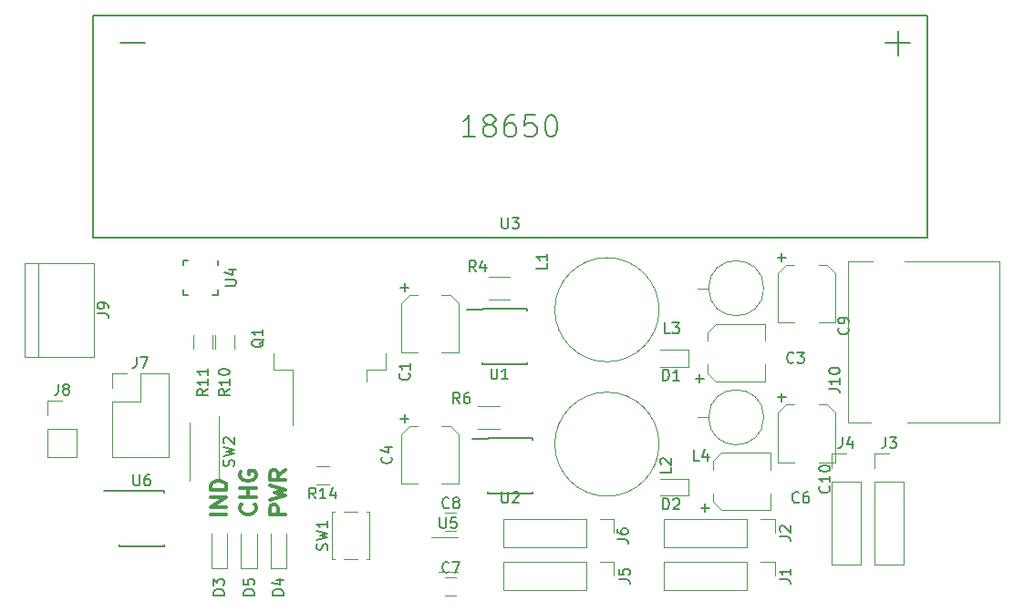
<source format=gbr>
G04 #@! TF.FileFunction,Legend,Top*
%FSLAX46Y46*%
G04 Gerber Fmt 4.6, Leading zero omitted, Abs format (unit mm)*
G04 Created by KiCad (PCBNEW 4.0.7) date 11/27/17 19:20:33*
%MOMM*%
%LPD*%
G01*
G04 APERTURE LIST*
%ADD10C,0.100000*%
%ADD11C,0.300000*%
%ADD12C,0.150000*%
%ADD13C,0.120000*%
G04 APERTURE END LIST*
D10*
D11*
X110178571Y-90000000D02*
X108678571Y-90000000D01*
X108678571Y-89428572D01*
X108750000Y-89285714D01*
X108821429Y-89214286D01*
X108964286Y-89142857D01*
X109178571Y-89142857D01*
X109321429Y-89214286D01*
X109392857Y-89285714D01*
X109464286Y-89428572D01*
X109464286Y-90000000D01*
X108678571Y-88642857D02*
X110178571Y-88285714D01*
X109107143Y-88000000D01*
X110178571Y-87714286D01*
X108678571Y-87357143D01*
X110178571Y-85928571D02*
X109464286Y-86428571D01*
X110178571Y-86785714D02*
X108678571Y-86785714D01*
X108678571Y-86214286D01*
X108750000Y-86071428D01*
X108821429Y-86000000D01*
X108964286Y-85928571D01*
X109178571Y-85928571D01*
X109321429Y-86000000D01*
X109392857Y-86071428D01*
X109464286Y-86214286D01*
X109464286Y-86785714D01*
X107285714Y-89071428D02*
X107357143Y-89142857D01*
X107428571Y-89357143D01*
X107428571Y-89500000D01*
X107357143Y-89714285D01*
X107214286Y-89857143D01*
X107071429Y-89928571D01*
X106785714Y-90000000D01*
X106571429Y-90000000D01*
X106285714Y-89928571D01*
X106142857Y-89857143D01*
X106000000Y-89714285D01*
X105928571Y-89500000D01*
X105928571Y-89357143D01*
X106000000Y-89142857D01*
X106071429Y-89071428D01*
X107428571Y-88428571D02*
X105928571Y-88428571D01*
X106642857Y-88428571D02*
X106642857Y-87571428D01*
X107428571Y-87571428D02*
X105928571Y-87571428D01*
X106000000Y-86071428D02*
X105928571Y-86214285D01*
X105928571Y-86428571D01*
X106000000Y-86642856D01*
X106142857Y-86785714D01*
X106285714Y-86857142D01*
X106571429Y-86928571D01*
X106785714Y-86928571D01*
X107071429Y-86857142D01*
X107214286Y-86785714D01*
X107357143Y-86642856D01*
X107428571Y-86428571D01*
X107428571Y-86285714D01*
X107357143Y-86071428D01*
X107285714Y-85999999D01*
X106785714Y-85999999D01*
X106785714Y-86285714D01*
X104678571Y-90035714D02*
X103178571Y-90035714D01*
X104678571Y-89321428D02*
X103178571Y-89321428D01*
X104678571Y-88464285D01*
X103178571Y-88464285D01*
X104678571Y-87749999D02*
X103178571Y-87749999D01*
X103178571Y-87392856D01*
X103250000Y-87178571D01*
X103392857Y-87035713D01*
X103535714Y-86964285D01*
X103821429Y-86892856D01*
X104035714Y-86892856D01*
X104321429Y-86964285D01*
X104464286Y-87035713D01*
X104607143Y-87178571D01*
X104678571Y-87392856D01*
X104678571Y-87749999D01*
D12*
X128925000Y-82925000D02*
X128925000Y-82975000D01*
X133075000Y-82925000D02*
X133075000Y-83070000D01*
X133075000Y-88075000D02*
X133075000Y-87930000D01*
X128925000Y-88075000D02*
X128925000Y-87930000D01*
X128925000Y-82925000D02*
X133075000Y-82925000D01*
X128925000Y-88075000D02*
X133075000Y-88075000D01*
X128925000Y-82975000D02*
X127525000Y-82975000D01*
D13*
X126190000Y-74970000D02*
X124640000Y-74970000D01*
X120860000Y-74970000D02*
X122410000Y-74970000D01*
X121620000Y-69630000D02*
X122410000Y-69630000D01*
X125430000Y-69630000D02*
X124640000Y-69630000D01*
X126190000Y-74970000D02*
X126190000Y-70390000D01*
X126190000Y-70390000D02*
X125430000Y-69630000D01*
X121620000Y-69630000D02*
X120860000Y-70390000D01*
X120860000Y-70390000D02*
X120860000Y-74970000D01*
X154670000Y-72310000D02*
X154670000Y-73860000D01*
X154670000Y-77640000D02*
X154670000Y-76090000D01*
X149330000Y-76880000D02*
X149330000Y-76090000D01*
X149330000Y-73070000D02*
X149330000Y-73860000D01*
X154670000Y-72310000D02*
X150090000Y-72310000D01*
X150090000Y-72310000D02*
X149330000Y-73070000D01*
X149330000Y-76880000D02*
X150090000Y-77640000D01*
X150090000Y-77640000D02*
X154670000Y-77640000D01*
X126190000Y-87170000D02*
X124640000Y-87170000D01*
X120860000Y-87170000D02*
X122410000Y-87170000D01*
X121620000Y-81830000D02*
X122410000Y-81830000D01*
X125430000Y-81830000D02*
X124640000Y-81830000D01*
X126190000Y-87170000D02*
X126190000Y-82590000D01*
X126190000Y-82590000D02*
X125430000Y-81830000D01*
X121620000Y-81830000D02*
X120860000Y-82590000D01*
X120860000Y-82590000D02*
X120860000Y-87170000D01*
X155170000Y-84310000D02*
X155170000Y-85860000D01*
X155170000Y-89640000D02*
X155170000Y-88090000D01*
X149830000Y-88880000D02*
X149830000Y-88090000D01*
X149830000Y-85070000D02*
X149830000Y-85860000D01*
X155170000Y-84310000D02*
X150590000Y-84310000D01*
X150590000Y-84310000D02*
X149830000Y-85070000D01*
X149830000Y-88880000D02*
X150590000Y-89640000D01*
X150590000Y-89640000D02*
X155170000Y-89640000D01*
X126000000Y-95900000D02*
X125000000Y-95900000D01*
X125000000Y-97600000D02*
X126000000Y-97600000D01*
X126000000Y-89900000D02*
X125000000Y-89900000D01*
X125000000Y-91600000D02*
X126000000Y-91600000D01*
X161190000Y-72170000D02*
X159640000Y-72170000D01*
X155860000Y-72170000D02*
X157410000Y-72170000D01*
X156620000Y-66830000D02*
X157410000Y-66830000D01*
X160430000Y-66830000D02*
X159640000Y-66830000D01*
X161190000Y-72170000D02*
X161190000Y-67590000D01*
X161190000Y-67590000D02*
X160430000Y-66830000D01*
X156620000Y-66830000D02*
X155860000Y-67590000D01*
X155860000Y-67590000D02*
X155860000Y-72170000D01*
X161190000Y-85170000D02*
X159640000Y-85170000D01*
X155860000Y-85170000D02*
X157410000Y-85170000D01*
X156620000Y-79830000D02*
X157410000Y-79830000D01*
X160430000Y-79830000D02*
X159640000Y-79830000D01*
X161190000Y-85170000D02*
X161190000Y-80590000D01*
X161190000Y-80590000D02*
X160430000Y-79830000D01*
X156620000Y-79830000D02*
X155860000Y-80590000D01*
X155860000Y-80590000D02*
X155860000Y-85170000D01*
X147550000Y-76300000D02*
X147550000Y-74700000D01*
X147550000Y-74700000D02*
X144950000Y-74700000D01*
X147550000Y-76300000D02*
X144950000Y-76300000D01*
X147550000Y-88300000D02*
X147550000Y-86700000D01*
X147550000Y-86700000D02*
X144950000Y-86700000D01*
X147550000Y-88300000D02*
X144950000Y-88300000D01*
X104750000Y-91850000D02*
X104750000Y-95050000D01*
X103250000Y-95050000D02*
X103250000Y-91850000D01*
X103250000Y-95050000D02*
X104750000Y-95050000D01*
X110250000Y-91850000D02*
X110250000Y-95050000D01*
X108750000Y-95050000D02*
X108750000Y-91850000D01*
X108750000Y-95050000D02*
X110250000Y-95050000D01*
X107500000Y-91850000D02*
X107500000Y-95050000D01*
X106000000Y-95050000D02*
X106000000Y-91850000D01*
X106000000Y-95050000D02*
X107500000Y-95050000D01*
X145300000Y-94420000D02*
X145300000Y-97080000D01*
X152980000Y-94420000D02*
X145300000Y-94420000D01*
X152980000Y-97080000D02*
X145300000Y-97080000D01*
X152980000Y-94420000D02*
X152980000Y-97080000D01*
X154250000Y-94420000D02*
X155580000Y-94420000D01*
X155580000Y-94420000D02*
X155580000Y-95750000D01*
X88070000Y-84670000D02*
X90730000Y-84670000D01*
X88070000Y-82070000D02*
X88070000Y-84670000D01*
X90730000Y-82070000D02*
X90730000Y-84670000D01*
X88070000Y-82070000D02*
X90730000Y-82070000D01*
X88070000Y-80800000D02*
X88070000Y-79470000D01*
X88070000Y-79470000D02*
X89400000Y-79470000D01*
X85970000Y-66650000D02*
X85970000Y-75350000D01*
X92380000Y-66650000D02*
X92380000Y-75350000D01*
X92380000Y-75350000D02*
X85970000Y-75350000D01*
X87200000Y-75350000D02*
X87200000Y-66650000D01*
X85970000Y-66650000D02*
X92380000Y-66650000D01*
X162360000Y-66490000D02*
X164690000Y-66490000D01*
X162360000Y-81480000D02*
X164480000Y-81480000D01*
X162360000Y-66490000D02*
X162360000Y-81480000D01*
X176450000Y-66490000D02*
X176450000Y-81480000D01*
X167650000Y-66490000D02*
X176450000Y-66490000D01*
X167850000Y-81480000D02*
X176450000Y-81480000D01*
X144840000Y-71000000D02*
G75*
G03X144840000Y-71000000I-4840000J0D01*
G01*
X144840000Y-83500000D02*
G75*
G03X144840000Y-83500000I-4840000J0D01*
G01*
X154560000Y-69000000D02*
G75*
G03X154560000Y-69000000I-2560000J0D01*
G01*
X149440000Y-69000000D02*
X148420000Y-69000000D01*
X154560000Y-81000000D02*
G75*
G03X154560000Y-81000000I-2560000J0D01*
G01*
X149440000Y-81000000D02*
X148420000Y-81000000D01*
X109050000Y-75075000D02*
X109050000Y-76575000D01*
X109050000Y-76575000D02*
X110860000Y-76575000D01*
X110860000Y-76575000D02*
X110860000Y-81700000D01*
X119450000Y-75075000D02*
X119450000Y-76575000D01*
X119450000Y-76575000D02*
X117640000Y-76575000D01*
X117640000Y-76575000D02*
X117640000Y-77675000D01*
X129000000Y-67930000D02*
X131000000Y-67930000D01*
X131000000Y-70070000D02*
X129000000Y-70070000D01*
X128000000Y-79930000D02*
X130000000Y-79930000D01*
X130000000Y-82070000D02*
X128000000Y-82070000D01*
X103620000Y-74600000D02*
X103620000Y-73400000D01*
X105380000Y-73400000D02*
X105380000Y-74600000D01*
X101620000Y-74600000D02*
X101620000Y-73400000D01*
X103380000Y-73400000D02*
X103380000Y-74600000D01*
D12*
X128425000Y-70925000D02*
X128425000Y-70975000D01*
X132575000Y-70925000D02*
X132575000Y-71070000D01*
X132575000Y-76075000D02*
X132575000Y-75930000D01*
X128425000Y-76075000D02*
X128425000Y-75930000D01*
X128425000Y-70925000D02*
X132575000Y-70925000D01*
X128425000Y-76075000D02*
X132575000Y-76075000D01*
X128425000Y-70975000D02*
X127025000Y-70975000D01*
X92250000Y-64325000D02*
X92250000Y-43650000D01*
X169750000Y-64325000D02*
X92250000Y-64325000D01*
X169750000Y-43675000D02*
X169750000Y-64325000D01*
X92250000Y-43650000D02*
X169750000Y-43675000D01*
X103875000Y-69625000D02*
X103375000Y-69625000D01*
X100625000Y-66375000D02*
X101125000Y-66375000D01*
X100625000Y-69625000D02*
X101125000Y-69625000D01*
X103875000Y-66375000D02*
X103875000Y-66875000D01*
X100625000Y-66375000D02*
X100625000Y-66875000D01*
X100625000Y-69625000D02*
X100625000Y-69125000D01*
X103875000Y-69625000D02*
X103875000Y-69125000D01*
D13*
X124350000Y-95360000D02*
X126150000Y-95360000D01*
X126150000Y-92140000D02*
X123700000Y-92140000D01*
D12*
X94725000Y-87825000D02*
X94725000Y-87875000D01*
X98875000Y-87825000D02*
X98875000Y-87970000D01*
X98875000Y-92975000D02*
X98875000Y-92830000D01*
X94725000Y-92975000D02*
X94725000Y-92830000D01*
X94725000Y-87825000D02*
X98875000Y-87825000D01*
X94725000Y-92975000D02*
X98875000Y-92975000D01*
X94725000Y-87875000D02*
X93325000Y-87875000D01*
D13*
X152980000Y-90420000D02*
X145300000Y-90420000D01*
X145300000Y-90420000D02*
X145300000Y-93080000D01*
X145300000Y-93080000D02*
X152980000Y-93080000D01*
X152980000Y-93080000D02*
X152980000Y-90420000D01*
X154250000Y-90420000D02*
X155580000Y-90420000D01*
X155580000Y-90420000D02*
X155580000Y-91750000D01*
X164870000Y-94670000D02*
X167530000Y-94670000D01*
X164870000Y-86990000D02*
X164870000Y-94670000D01*
X167530000Y-86990000D02*
X167530000Y-94670000D01*
X164870000Y-86990000D02*
X167530000Y-86990000D01*
X164870000Y-85720000D02*
X164870000Y-84390000D01*
X164870000Y-84390000D02*
X166200000Y-84390000D01*
X160870000Y-86990000D02*
X160870000Y-94670000D01*
X160870000Y-94670000D02*
X163530000Y-94670000D01*
X163530000Y-94670000D02*
X163530000Y-86990000D01*
X163530000Y-86990000D02*
X160870000Y-86990000D01*
X160870000Y-85720000D02*
X160870000Y-84390000D01*
X160870000Y-84390000D02*
X162200000Y-84390000D01*
X130380000Y-94420000D02*
X130380000Y-97080000D01*
X138060000Y-94420000D02*
X130380000Y-94420000D01*
X138060000Y-97080000D02*
X130380000Y-97080000D01*
X138060000Y-94420000D02*
X138060000Y-97080000D01*
X139330000Y-94420000D02*
X140660000Y-94420000D01*
X140660000Y-94420000D02*
X140660000Y-95750000D01*
X138060000Y-90420000D02*
X130380000Y-90420000D01*
X130380000Y-90420000D02*
X130380000Y-93080000D01*
X130380000Y-93080000D02*
X138060000Y-93080000D01*
X138060000Y-93080000D02*
X138060000Y-90420000D01*
X139330000Y-90420000D02*
X140660000Y-90420000D01*
X140660000Y-90420000D02*
X140660000Y-91750000D01*
X94070000Y-84670000D02*
X99270000Y-84670000D01*
X94070000Y-79530000D02*
X94070000Y-84670000D01*
X99270000Y-76930000D02*
X99270000Y-84670000D01*
X94070000Y-79530000D02*
X96670000Y-79530000D01*
X96670000Y-79530000D02*
X96670000Y-76930000D01*
X96670000Y-76930000D02*
X99270000Y-76930000D01*
X94070000Y-78260000D02*
X94070000Y-76930000D01*
X94070000Y-76930000D02*
X95400000Y-76930000D01*
X113000000Y-85520000D02*
X114200000Y-85520000D01*
X114200000Y-87280000D02*
X113000000Y-87280000D01*
X114700000Y-89800000D02*
X114500000Y-89800000D01*
X116850000Y-89800000D02*
X115550000Y-89800000D01*
X117900000Y-89800000D02*
X117700000Y-89800000D01*
X117900000Y-94200000D02*
X117900000Y-89800000D01*
X117700000Y-94200000D02*
X117900000Y-94200000D01*
X115550000Y-94200000D02*
X116850000Y-94200000D01*
X114500000Y-94200000D02*
X114700000Y-94200000D01*
X114500000Y-89800000D02*
X114500000Y-94200000D01*
X103930000Y-80860000D02*
X103930000Y-86900000D01*
X101270000Y-81500000D02*
X101270000Y-86900000D01*
D12*
X130238095Y-87952381D02*
X130238095Y-88761905D01*
X130285714Y-88857143D01*
X130333333Y-88904762D01*
X130428571Y-88952381D01*
X130619048Y-88952381D01*
X130714286Y-88904762D01*
X130761905Y-88857143D01*
X130809524Y-88761905D01*
X130809524Y-87952381D01*
X131238095Y-88047619D02*
X131285714Y-88000000D01*
X131380952Y-87952381D01*
X131619048Y-87952381D01*
X131714286Y-88000000D01*
X131761905Y-88047619D01*
X131809524Y-88142857D01*
X131809524Y-88238095D01*
X131761905Y-88380952D01*
X131190476Y-88952381D01*
X131809524Y-88952381D01*
X121607143Y-76916666D02*
X121654762Y-76964285D01*
X121702381Y-77107142D01*
X121702381Y-77202380D01*
X121654762Y-77345238D01*
X121559524Y-77440476D01*
X121464286Y-77488095D01*
X121273810Y-77535714D01*
X121130952Y-77535714D01*
X120940476Y-77488095D01*
X120845238Y-77440476D01*
X120750000Y-77345238D01*
X120702381Y-77202380D01*
X120702381Y-77107142D01*
X120750000Y-76964285D01*
X120797619Y-76916666D01*
X121702381Y-75964285D02*
X121702381Y-76535714D01*
X121702381Y-76250000D02*
X120702381Y-76250000D01*
X120845238Y-76345238D01*
X120940476Y-76440476D01*
X120988095Y-76535714D01*
X121231429Y-69300952D02*
X121231429Y-68539047D01*
X121612381Y-68919999D02*
X120850476Y-68919999D01*
X157333334Y-75857143D02*
X157285715Y-75904762D01*
X157142858Y-75952381D01*
X157047620Y-75952381D01*
X156904762Y-75904762D01*
X156809524Y-75809524D01*
X156761905Y-75714286D01*
X156714286Y-75523810D01*
X156714286Y-75380952D01*
X156761905Y-75190476D01*
X156809524Y-75095238D01*
X156904762Y-75000000D01*
X157047620Y-74952381D01*
X157142858Y-74952381D01*
X157285715Y-75000000D01*
X157333334Y-75047619D01*
X157666667Y-74952381D02*
X158285715Y-74952381D01*
X157952381Y-75333333D01*
X158095239Y-75333333D01*
X158190477Y-75380952D01*
X158238096Y-75428571D01*
X158285715Y-75523810D01*
X158285715Y-75761905D01*
X158238096Y-75857143D01*
X158190477Y-75904762D01*
X158095239Y-75952381D01*
X157809524Y-75952381D01*
X157714286Y-75904762D01*
X157666667Y-75857143D01*
X148239048Y-77411429D02*
X149000953Y-77411429D01*
X148620001Y-77792381D02*
X148620001Y-77030476D01*
X119937143Y-84666666D02*
X119984762Y-84714285D01*
X120032381Y-84857142D01*
X120032381Y-84952380D01*
X119984762Y-85095238D01*
X119889524Y-85190476D01*
X119794286Y-85238095D01*
X119603810Y-85285714D01*
X119460952Y-85285714D01*
X119270476Y-85238095D01*
X119175238Y-85190476D01*
X119080000Y-85095238D01*
X119032381Y-84952380D01*
X119032381Y-84857142D01*
X119080000Y-84714285D01*
X119127619Y-84666666D01*
X119365714Y-83809523D02*
X120032381Y-83809523D01*
X118984762Y-84047619D02*
X119699048Y-84285714D01*
X119699048Y-83666666D01*
X121231429Y-81500952D02*
X121231429Y-80739047D01*
X121612381Y-81119999D02*
X120850476Y-81119999D01*
X157833334Y-88857143D02*
X157785715Y-88904762D01*
X157642858Y-88952381D01*
X157547620Y-88952381D01*
X157404762Y-88904762D01*
X157309524Y-88809524D01*
X157261905Y-88714286D01*
X157214286Y-88523810D01*
X157214286Y-88380952D01*
X157261905Y-88190476D01*
X157309524Y-88095238D01*
X157404762Y-88000000D01*
X157547620Y-87952381D01*
X157642858Y-87952381D01*
X157785715Y-88000000D01*
X157833334Y-88047619D01*
X158690477Y-87952381D02*
X158500000Y-87952381D01*
X158404762Y-88000000D01*
X158357143Y-88047619D01*
X158261905Y-88190476D01*
X158214286Y-88380952D01*
X158214286Y-88761905D01*
X158261905Y-88857143D01*
X158309524Y-88904762D01*
X158404762Y-88952381D01*
X158595239Y-88952381D01*
X158690477Y-88904762D01*
X158738096Y-88857143D01*
X158785715Y-88761905D01*
X158785715Y-88523810D01*
X158738096Y-88428571D01*
X158690477Y-88380952D01*
X158595239Y-88333333D01*
X158404762Y-88333333D01*
X158309524Y-88380952D01*
X158261905Y-88428571D01*
X158214286Y-88523810D01*
X148739048Y-89411429D02*
X149500953Y-89411429D01*
X149120001Y-89792381D02*
X149120001Y-89030476D01*
X125333334Y-95357143D02*
X125285715Y-95404762D01*
X125142858Y-95452381D01*
X125047620Y-95452381D01*
X124904762Y-95404762D01*
X124809524Y-95309524D01*
X124761905Y-95214286D01*
X124714286Y-95023810D01*
X124714286Y-94880952D01*
X124761905Y-94690476D01*
X124809524Y-94595238D01*
X124904762Y-94500000D01*
X125047620Y-94452381D01*
X125142858Y-94452381D01*
X125285715Y-94500000D01*
X125333334Y-94547619D01*
X125666667Y-94452381D02*
X126333334Y-94452381D01*
X125904762Y-95452381D01*
X125333334Y-89357143D02*
X125285715Y-89404762D01*
X125142858Y-89452381D01*
X125047620Y-89452381D01*
X124904762Y-89404762D01*
X124809524Y-89309524D01*
X124761905Y-89214286D01*
X124714286Y-89023810D01*
X124714286Y-88880952D01*
X124761905Y-88690476D01*
X124809524Y-88595238D01*
X124904762Y-88500000D01*
X125047620Y-88452381D01*
X125142858Y-88452381D01*
X125285715Y-88500000D01*
X125333334Y-88547619D01*
X125904762Y-88880952D02*
X125809524Y-88833333D01*
X125761905Y-88785714D01*
X125714286Y-88690476D01*
X125714286Y-88642857D01*
X125761905Y-88547619D01*
X125809524Y-88500000D01*
X125904762Y-88452381D01*
X126095239Y-88452381D01*
X126190477Y-88500000D01*
X126238096Y-88547619D01*
X126285715Y-88642857D01*
X126285715Y-88690476D01*
X126238096Y-88785714D01*
X126190477Y-88833333D01*
X126095239Y-88880952D01*
X125904762Y-88880952D01*
X125809524Y-88928571D01*
X125761905Y-88976190D01*
X125714286Y-89071429D01*
X125714286Y-89261905D01*
X125761905Y-89357143D01*
X125809524Y-89404762D01*
X125904762Y-89452381D01*
X126095239Y-89452381D01*
X126190477Y-89404762D01*
X126238096Y-89357143D01*
X126285715Y-89261905D01*
X126285715Y-89071429D01*
X126238096Y-88976190D01*
X126190477Y-88928571D01*
X126095239Y-88880952D01*
X162357143Y-72666666D02*
X162404762Y-72714285D01*
X162452381Y-72857142D01*
X162452381Y-72952380D01*
X162404762Y-73095238D01*
X162309524Y-73190476D01*
X162214286Y-73238095D01*
X162023810Y-73285714D01*
X161880952Y-73285714D01*
X161690476Y-73238095D01*
X161595238Y-73190476D01*
X161500000Y-73095238D01*
X161452381Y-72952380D01*
X161452381Y-72857142D01*
X161500000Y-72714285D01*
X161547619Y-72666666D01*
X162452381Y-72190476D02*
X162452381Y-72000000D01*
X162404762Y-71904761D01*
X162357143Y-71857142D01*
X162214286Y-71761904D01*
X162023810Y-71714285D01*
X161642857Y-71714285D01*
X161547619Y-71761904D01*
X161500000Y-71809523D01*
X161452381Y-71904761D01*
X161452381Y-72095238D01*
X161500000Y-72190476D01*
X161547619Y-72238095D01*
X161642857Y-72285714D01*
X161880952Y-72285714D01*
X161976190Y-72238095D01*
X162023810Y-72190476D01*
X162071429Y-72095238D01*
X162071429Y-71904761D01*
X162023810Y-71809523D01*
X161976190Y-71761904D01*
X161880952Y-71714285D01*
X156231429Y-66500952D02*
X156231429Y-65739047D01*
X156612381Y-66119999D02*
X155850476Y-66119999D01*
X160607143Y-87392857D02*
X160654762Y-87440476D01*
X160702381Y-87583333D01*
X160702381Y-87678571D01*
X160654762Y-87821429D01*
X160559524Y-87916667D01*
X160464286Y-87964286D01*
X160273810Y-88011905D01*
X160130952Y-88011905D01*
X159940476Y-87964286D01*
X159845238Y-87916667D01*
X159750000Y-87821429D01*
X159702381Y-87678571D01*
X159702381Y-87583333D01*
X159750000Y-87440476D01*
X159797619Y-87392857D01*
X160702381Y-86440476D02*
X160702381Y-87011905D01*
X160702381Y-86726191D02*
X159702381Y-86726191D01*
X159845238Y-86821429D01*
X159940476Y-86916667D01*
X159988095Y-87011905D01*
X159702381Y-85821429D02*
X159702381Y-85726190D01*
X159750000Y-85630952D01*
X159797619Y-85583333D01*
X159892857Y-85535714D01*
X160083333Y-85488095D01*
X160321429Y-85488095D01*
X160511905Y-85535714D01*
X160607143Y-85583333D01*
X160654762Y-85630952D01*
X160702381Y-85726190D01*
X160702381Y-85821429D01*
X160654762Y-85916667D01*
X160607143Y-85964286D01*
X160511905Y-86011905D01*
X160321429Y-86059524D01*
X160083333Y-86059524D01*
X159892857Y-86011905D01*
X159797619Y-85964286D01*
X159750000Y-85916667D01*
X159702381Y-85821429D01*
X156231429Y-79500952D02*
X156231429Y-78739047D01*
X156612381Y-79119999D02*
X155850476Y-79119999D01*
X145211905Y-77552381D02*
X145211905Y-76552381D01*
X145450000Y-76552381D01*
X145592858Y-76600000D01*
X145688096Y-76695238D01*
X145735715Y-76790476D01*
X145783334Y-76980952D01*
X145783334Y-77123810D01*
X145735715Y-77314286D01*
X145688096Y-77409524D01*
X145592858Y-77504762D01*
X145450000Y-77552381D01*
X145211905Y-77552381D01*
X146735715Y-77552381D02*
X146164286Y-77552381D01*
X146450000Y-77552381D02*
X146450000Y-76552381D01*
X146354762Y-76695238D01*
X146259524Y-76790476D01*
X146164286Y-76838095D01*
X145211905Y-89552381D02*
X145211905Y-88552381D01*
X145450000Y-88552381D01*
X145592858Y-88600000D01*
X145688096Y-88695238D01*
X145735715Y-88790476D01*
X145783334Y-88980952D01*
X145783334Y-89123810D01*
X145735715Y-89314286D01*
X145688096Y-89409524D01*
X145592858Y-89504762D01*
X145450000Y-89552381D01*
X145211905Y-89552381D01*
X146164286Y-88647619D02*
X146211905Y-88600000D01*
X146307143Y-88552381D01*
X146545239Y-88552381D01*
X146640477Y-88600000D01*
X146688096Y-88647619D01*
X146735715Y-88742857D01*
X146735715Y-88838095D01*
X146688096Y-88980952D01*
X146116667Y-89552381D01*
X146735715Y-89552381D01*
X104452381Y-97538095D02*
X103452381Y-97538095D01*
X103452381Y-97300000D01*
X103500000Y-97157142D01*
X103595238Y-97061904D01*
X103690476Y-97014285D01*
X103880952Y-96966666D01*
X104023810Y-96966666D01*
X104214286Y-97014285D01*
X104309524Y-97061904D01*
X104404762Y-97157142D01*
X104452381Y-97300000D01*
X104452381Y-97538095D01*
X103452381Y-96633333D02*
X103452381Y-96014285D01*
X103833333Y-96347619D01*
X103833333Y-96204761D01*
X103880952Y-96109523D01*
X103928571Y-96061904D01*
X104023810Y-96014285D01*
X104261905Y-96014285D01*
X104357143Y-96061904D01*
X104404762Y-96109523D01*
X104452381Y-96204761D01*
X104452381Y-96490476D01*
X104404762Y-96585714D01*
X104357143Y-96633333D01*
X109952381Y-97538095D02*
X108952381Y-97538095D01*
X108952381Y-97300000D01*
X109000000Y-97157142D01*
X109095238Y-97061904D01*
X109190476Y-97014285D01*
X109380952Y-96966666D01*
X109523810Y-96966666D01*
X109714286Y-97014285D01*
X109809524Y-97061904D01*
X109904762Y-97157142D01*
X109952381Y-97300000D01*
X109952381Y-97538095D01*
X109285714Y-96109523D02*
X109952381Y-96109523D01*
X108904762Y-96347619D02*
X109619048Y-96585714D01*
X109619048Y-95966666D01*
X107252381Y-97538095D02*
X106252381Y-97538095D01*
X106252381Y-97300000D01*
X106300000Y-97157142D01*
X106395238Y-97061904D01*
X106490476Y-97014285D01*
X106680952Y-96966666D01*
X106823810Y-96966666D01*
X107014286Y-97014285D01*
X107109524Y-97061904D01*
X107204762Y-97157142D01*
X107252381Y-97300000D01*
X107252381Y-97538095D01*
X106252381Y-96061904D02*
X106252381Y-96538095D01*
X106728571Y-96585714D01*
X106680952Y-96538095D01*
X106633333Y-96442857D01*
X106633333Y-96204761D01*
X106680952Y-96109523D01*
X106728571Y-96061904D01*
X106823810Y-96014285D01*
X107061905Y-96014285D01*
X107157143Y-96061904D01*
X107204762Y-96109523D01*
X107252381Y-96204761D01*
X107252381Y-96442857D01*
X107204762Y-96538095D01*
X107157143Y-96585714D01*
X156032381Y-96083333D02*
X156746667Y-96083333D01*
X156889524Y-96130953D01*
X156984762Y-96226191D01*
X157032381Y-96369048D01*
X157032381Y-96464286D01*
X157032381Y-95083333D02*
X157032381Y-95654762D01*
X157032381Y-95369048D02*
X156032381Y-95369048D01*
X156175238Y-95464286D01*
X156270476Y-95559524D01*
X156318095Y-95654762D01*
X89066667Y-77922381D02*
X89066667Y-78636667D01*
X89019047Y-78779524D01*
X88923809Y-78874762D01*
X88780952Y-78922381D01*
X88685714Y-78922381D01*
X89685714Y-78350952D02*
X89590476Y-78303333D01*
X89542857Y-78255714D01*
X89495238Y-78160476D01*
X89495238Y-78112857D01*
X89542857Y-78017619D01*
X89590476Y-77970000D01*
X89685714Y-77922381D01*
X89876191Y-77922381D01*
X89971429Y-77970000D01*
X90019048Y-78017619D01*
X90066667Y-78112857D01*
X90066667Y-78160476D01*
X90019048Y-78255714D01*
X89971429Y-78303333D01*
X89876191Y-78350952D01*
X89685714Y-78350952D01*
X89590476Y-78398571D01*
X89542857Y-78446190D01*
X89495238Y-78541429D01*
X89495238Y-78731905D01*
X89542857Y-78827143D01*
X89590476Y-78874762D01*
X89685714Y-78922381D01*
X89876191Y-78922381D01*
X89971429Y-78874762D01*
X90019048Y-78827143D01*
X90066667Y-78731905D01*
X90066667Y-78541429D01*
X90019048Y-78446190D01*
X89971429Y-78398571D01*
X89876191Y-78350952D01*
X92692381Y-71333333D02*
X93406667Y-71333333D01*
X93549524Y-71380953D01*
X93644762Y-71476191D01*
X93692381Y-71619048D01*
X93692381Y-71714286D01*
X93692381Y-70809524D02*
X93692381Y-70619048D01*
X93644762Y-70523809D01*
X93597143Y-70476190D01*
X93454286Y-70380952D01*
X93263810Y-70333333D01*
X92882857Y-70333333D01*
X92787619Y-70380952D01*
X92740000Y-70428571D01*
X92692381Y-70523809D01*
X92692381Y-70714286D01*
X92740000Y-70809524D01*
X92787619Y-70857143D01*
X92882857Y-70904762D01*
X93120952Y-70904762D01*
X93216190Y-70857143D01*
X93263810Y-70809524D01*
X93311429Y-70714286D01*
X93311429Y-70523809D01*
X93263810Y-70428571D01*
X93216190Y-70380952D01*
X93120952Y-70333333D01*
X160602381Y-78349523D02*
X161316667Y-78349523D01*
X161459524Y-78397143D01*
X161554762Y-78492381D01*
X161602381Y-78635238D01*
X161602381Y-78730476D01*
X161602381Y-77349523D02*
X161602381Y-77920952D01*
X161602381Y-77635238D02*
X160602381Y-77635238D01*
X160745238Y-77730476D01*
X160840476Y-77825714D01*
X160888095Y-77920952D01*
X160602381Y-76730476D02*
X160602381Y-76635237D01*
X160650000Y-76539999D01*
X160697619Y-76492380D01*
X160792857Y-76444761D01*
X160983333Y-76397142D01*
X161221429Y-76397142D01*
X161411905Y-76444761D01*
X161507143Y-76492380D01*
X161554762Y-76539999D01*
X161602381Y-76635237D01*
X161602381Y-76730476D01*
X161554762Y-76825714D01*
X161507143Y-76873333D01*
X161411905Y-76920952D01*
X161221429Y-76968571D01*
X160983333Y-76968571D01*
X160792857Y-76920952D01*
X160697619Y-76873333D01*
X160650000Y-76825714D01*
X160602381Y-76730476D01*
X134452381Y-66666666D02*
X134452381Y-67142857D01*
X133452381Y-67142857D01*
X134452381Y-65809523D02*
X134452381Y-66380952D01*
X134452381Y-66095238D02*
X133452381Y-66095238D01*
X133595238Y-66190476D01*
X133690476Y-66285714D01*
X133738095Y-66380952D01*
X145952381Y-85666666D02*
X145952381Y-86142857D01*
X144952381Y-86142857D01*
X145047619Y-85380952D02*
X145000000Y-85333333D01*
X144952381Y-85238095D01*
X144952381Y-84999999D01*
X145000000Y-84904761D01*
X145047619Y-84857142D01*
X145142857Y-84809523D01*
X145238095Y-84809523D01*
X145380952Y-84857142D01*
X145952381Y-85428571D01*
X145952381Y-84809523D01*
X145833334Y-73202381D02*
X145357143Y-73202381D01*
X145357143Y-72202381D01*
X146071429Y-72202381D02*
X146690477Y-72202381D01*
X146357143Y-72583333D01*
X146500001Y-72583333D01*
X146595239Y-72630952D01*
X146642858Y-72678571D01*
X146690477Y-72773810D01*
X146690477Y-73011905D01*
X146642858Y-73107143D01*
X146595239Y-73154762D01*
X146500001Y-73202381D01*
X146214286Y-73202381D01*
X146119048Y-73154762D01*
X146071429Y-73107143D01*
X148583334Y-85012381D02*
X148107143Y-85012381D01*
X148107143Y-84012381D01*
X149345239Y-84345714D02*
X149345239Y-85012381D01*
X149107143Y-83964762D02*
X148869048Y-84679048D01*
X149488096Y-84679048D01*
X108147619Y-73720238D02*
X108100000Y-73815476D01*
X108004762Y-73910714D01*
X107861905Y-74053571D01*
X107814286Y-74148810D01*
X107814286Y-74244048D01*
X108052381Y-74196429D02*
X108004762Y-74291667D01*
X107909524Y-74386905D01*
X107719048Y-74434524D01*
X107385714Y-74434524D01*
X107195238Y-74386905D01*
X107100000Y-74291667D01*
X107052381Y-74196429D01*
X107052381Y-74005952D01*
X107100000Y-73910714D01*
X107195238Y-73815476D01*
X107385714Y-73767857D01*
X107719048Y-73767857D01*
X107909524Y-73815476D01*
X108004762Y-73910714D01*
X108052381Y-74005952D01*
X108052381Y-74196429D01*
X108052381Y-72815476D02*
X108052381Y-73386905D01*
X108052381Y-73101191D02*
X107052381Y-73101191D01*
X107195238Y-73196429D01*
X107290476Y-73291667D01*
X107338095Y-73386905D01*
X127833334Y-67452381D02*
X127500000Y-66976190D01*
X127261905Y-67452381D02*
X127261905Y-66452381D01*
X127642858Y-66452381D01*
X127738096Y-66500000D01*
X127785715Y-66547619D01*
X127833334Y-66642857D01*
X127833334Y-66785714D01*
X127785715Y-66880952D01*
X127738096Y-66928571D01*
X127642858Y-66976190D01*
X127261905Y-66976190D01*
X128690477Y-66785714D02*
X128690477Y-67452381D01*
X128452381Y-66404762D02*
X128214286Y-67119048D01*
X128833334Y-67119048D01*
X126333334Y-79702381D02*
X126000000Y-79226190D01*
X125761905Y-79702381D02*
X125761905Y-78702381D01*
X126142858Y-78702381D01*
X126238096Y-78750000D01*
X126285715Y-78797619D01*
X126333334Y-78892857D01*
X126333334Y-79035714D01*
X126285715Y-79130952D01*
X126238096Y-79178571D01*
X126142858Y-79226190D01*
X125761905Y-79226190D01*
X127190477Y-78702381D02*
X127000000Y-78702381D01*
X126904762Y-78750000D01*
X126857143Y-78797619D01*
X126761905Y-78940476D01*
X126714286Y-79130952D01*
X126714286Y-79511905D01*
X126761905Y-79607143D01*
X126809524Y-79654762D01*
X126904762Y-79702381D01*
X127095239Y-79702381D01*
X127190477Y-79654762D01*
X127238096Y-79607143D01*
X127285715Y-79511905D01*
X127285715Y-79273810D01*
X127238096Y-79178571D01*
X127190477Y-79130952D01*
X127095239Y-79083333D01*
X126904762Y-79083333D01*
X126809524Y-79130952D01*
X126761905Y-79178571D01*
X126714286Y-79273810D01*
X104952381Y-78392857D02*
X104476190Y-78726191D01*
X104952381Y-78964286D02*
X103952381Y-78964286D01*
X103952381Y-78583333D01*
X104000000Y-78488095D01*
X104047619Y-78440476D01*
X104142857Y-78392857D01*
X104285714Y-78392857D01*
X104380952Y-78440476D01*
X104428571Y-78488095D01*
X104476190Y-78583333D01*
X104476190Y-78964286D01*
X104952381Y-77440476D02*
X104952381Y-78011905D01*
X104952381Y-77726191D02*
X103952381Y-77726191D01*
X104095238Y-77821429D01*
X104190476Y-77916667D01*
X104238095Y-78011905D01*
X103952381Y-76821429D02*
X103952381Y-76726190D01*
X104000000Y-76630952D01*
X104047619Y-76583333D01*
X104142857Y-76535714D01*
X104333333Y-76488095D01*
X104571429Y-76488095D01*
X104761905Y-76535714D01*
X104857143Y-76583333D01*
X104904762Y-76630952D01*
X104952381Y-76726190D01*
X104952381Y-76821429D01*
X104904762Y-76916667D01*
X104857143Y-76964286D01*
X104761905Y-77011905D01*
X104571429Y-77059524D01*
X104333333Y-77059524D01*
X104142857Y-77011905D01*
X104047619Y-76964286D01*
X104000000Y-76916667D01*
X103952381Y-76821429D01*
X102952381Y-78392857D02*
X102476190Y-78726191D01*
X102952381Y-78964286D02*
X101952381Y-78964286D01*
X101952381Y-78583333D01*
X102000000Y-78488095D01*
X102047619Y-78440476D01*
X102142857Y-78392857D01*
X102285714Y-78392857D01*
X102380952Y-78440476D01*
X102428571Y-78488095D01*
X102476190Y-78583333D01*
X102476190Y-78964286D01*
X102952381Y-77440476D02*
X102952381Y-78011905D01*
X102952381Y-77726191D02*
X101952381Y-77726191D01*
X102095238Y-77821429D01*
X102190476Y-77916667D01*
X102238095Y-78011905D01*
X102952381Y-76488095D02*
X102952381Y-77059524D01*
X102952381Y-76773810D02*
X101952381Y-76773810D01*
X102095238Y-76869048D01*
X102190476Y-76964286D01*
X102238095Y-77059524D01*
X129238095Y-76452381D02*
X129238095Y-77261905D01*
X129285714Y-77357143D01*
X129333333Y-77404762D01*
X129428571Y-77452381D01*
X129619048Y-77452381D01*
X129714286Y-77404762D01*
X129761905Y-77357143D01*
X129809524Y-77261905D01*
X129809524Y-76452381D01*
X130809524Y-77452381D02*
X130238095Y-77452381D01*
X130523809Y-77452381D02*
X130523809Y-76452381D01*
X130428571Y-76595238D01*
X130333333Y-76690476D01*
X130238095Y-76738095D01*
X130238095Y-62452381D02*
X130238095Y-63261905D01*
X130285714Y-63357143D01*
X130333333Y-63404762D01*
X130428571Y-63452381D01*
X130619048Y-63452381D01*
X130714286Y-63404762D01*
X130761905Y-63357143D01*
X130809524Y-63261905D01*
X130809524Y-62452381D01*
X131190476Y-62452381D02*
X131809524Y-62452381D01*
X131476190Y-62833333D01*
X131619048Y-62833333D01*
X131714286Y-62880952D01*
X131761905Y-62928571D01*
X131809524Y-63023810D01*
X131809524Y-63261905D01*
X131761905Y-63357143D01*
X131714286Y-63404762D01*
X131619048Y-63452381D01*
X131333333Y-63452381D01*
X131238095Y-63404762D01*
X131190476Y-63357143D01*
X127761905Y-54904762D02*
X126619047Y-54904762D01*
X127190476Y-54904762D02*
X127190476Y-52904762D01*
X127000000Y-53190476D01*
X126809524Y-53380952D01*
X126619047Y-53476190D01*
X128904762Y-53761905D02*
X128714286Y-53666667D01*
X128619047Y-53571429D01*
X128523809Y-53380952D01*
X128523809Y-53285714D01*
X128619047Y-53095238D01*
X128714286Y-53000000D01*
X128904762Y-52904762D01*
X129285714Y-52904762D01*
X129476190Y-53000000D01*
X129571428Y-53095238D01*
X129666667Y-53285714D01*
X129666667Y-53380952D01*
X129571428Y-53571429D01*
X129476190Y-53666667D01*
X129285714Y-53761905D01*
X128904762Y-53761905D01*
X128714286Y-53857143D01*
X128619047Y-53952381D01*
X128523809Y-54142857D01*
X128523809Y-54523810D01*
X128619047Y-54714286D01*
X128714286Y-54809524D01*
X128904762Y-54904762D01*
X129285714Y-54904762D01*
X129476190Y-54809524D01*
X129571428Y-54714286D01*
X129666667Y-54523810D01*
X129666667Y-54142857D01*
X129571428Y-53952381D01*
X129476190Y-53857143D01*
X129285714Y-53761905D01*
X131380952Y-52904762D02*
X131000000Y-52904762D01*
X130809524Y-53000000D01*
X130714286Y-53095238D01*
X130523809Y-53380952D01*
X130428571Y-53761905D01*
X130428571Y-54523810D01*
X130523809Y-54714286D01*
X130619048Y-54809524D01*
X130809524Y-54904762D01*
X131190476Y-54904762D01*
X131380952Y-54809524D01*
X131476190Y-54714286D01*
X131571429Y-54523810D01*
X131571429Y-54047619D01*
X131476190Y-53857143D01*
X131380952Y-53761905D01*
X131190476Y-53666667D01*
X130809524Y-53666667D01*
X130619048Y-53761905D01*
X130523809Y-53857143D01*
X130428571Y-54047619D01*
X133380952Y-52904762D02*
X132428571Y-52904762D01*
X132333333Y-53857143D01*
X132428571Y-53761905D01*
X132619048Y-53666667D01*
X133095238Y-53666667D01*
X133285714Y-53761905D01*
X133380952Y-53857143D01*
X133476191Y-54047619D01*
X133476191Y-54523810D01*
X133380952Y-54714286D01*
X133285714Y-54809524D01*
X133095238Y-54904762D01*
X132619048Y-54904762D01*
X132428571Y-54809524D01*
X132333333Y-54714286D01*
X134714286Y-52904762D02*
X134904762Y-52904762D01*
X135095238Y-53000000D01*
X135190476Y-53095238D01*
X135285714Y-53285714D01*
X135380953Y-53666667D01*
X135380953Y-54142857D01*
X135285714Y-54523810D01*
X135190476Y-54714286D01*
X135095238Y-54809524D01*
X134904762Y-54904762D01*
X134714286Y-54904762D01*
X134523810Y-54809524D01*
X134428572Y-54714286D01*
X134333333Y-54523810D01*
X134238095Y-54142857D01*
X134238095Y-53666667D01*
X134333333Y-53285714D01*
X134428572Y-53095238D01*
X134523810Y-53000000D01*
X134714286Y-52904762D01*
X94857143Y-46214286D02*
X97142857Y-46214286D01*
X165857143Y-46214286D02*
X168142857Y-46214286D01*
X167000000Y-47357143D02*
X167000000Y-45071429D01*
X104552381Y-68761905D02*
X105361905Y-68761905D01*
X105457143Y-68714286D01*
X105504762Y-68666667D01*
X105552381Y-68571429D01*
X105552381Y-68380952D01*
X105504762Y-68285714D01*
X105457143Y-68238095D01*
X105361905Y-68190476D01*
X104552381Y-68190476D01*
X104885714Y-67285714D02*
X105552381Y-67285714D01*
X104504762Y-67523810D02*
X105219048Y-67761905D01*
X105219048Y-67142857D01*
X124488095Y-90302381D02*
X124488095Y-91111905D01*
X124535714Y-91207143D01*
X124583333Y-91254762D01*
X124678571Y-91302381D01*
X124869048Y-91302381D01*
X124964286Y-91254762D01*
X125011905Y-91207143D01*
X125059524Y-91111905D01*
X125059524Y-90302381D01*
X126011905Y-90302381D02*
X125535714Y-90302381D01*
X125488095Y-90778571D01*
X125535714Y-90730952D01*
X125630952Y-90683333D01*
X125869048Y-90683333D01*
X125964286Y-90730952D01*
X126011905Y-90778571D01*
X126059524Y-90873810D01*
X126059524Y-91111905D01*
X126011905Y-91207143D01*
X125964286Y-91254762D01*
X125869048Y-91302381D01*
X125630952Y-91302381D01*
X125535714Y-91254762D01*
X125488095Y-91207143D01*
X96038095Y-86352381D02*
X96038095Y-87161905D01*
X96085714Y-87257143D01*
X96133333Y-87304762D01*
X96228571Y-87352381D01*
X96419048Y-87352381D01*
X96514286Y-87304762D01*
X96561905Y-87257143D01*
X96609524Y-87161905D01*
X96609524Y-86352381D01*
X97514286Y-86352381D02*
X97323809Y-86352381D01*
X97228571Y-86400000D01*
X97180952Y-86447619D01*
X97085714Y-86590476D01*
X97038095Y-86780952D01*
X97038095Y-87161905D01*
X97085714Y-87257143D01*
X97133333Y-87304762D01*
X97228571Y-87352381D01*
X97419048Y-87352381D01*
X97514286Y-87304762D01*
X97561905Y-87257143D01*
X97609524Y-87161905D01*
X97609524Y-86923810D01*
X97561905Y-86828571D01*
X97514286Y-86780952D01*
X97419048Y-86733333D01*
X97228571Y-86733333D01*
X97133333Y-86780952D01*
X97085714Y-86828571D01*
X97038095Y-86923810D01*
X156032381Y-92083333D02*
X156746667Y-92083333D01*
X156889524Y-92130953D01*
X156984762Y-92226191D01*
X157032381Y-92369048D01*
X157032381Y-92464286D01*
X156127619Y-91654762D02*
X156080000Y-91607143D01*
X156032381Y-91511905D01*
X156032381Y-91273809D01*
X156080000Y-91178571D01*
X156127619Y-91130952D01*
X156222857Y-91083333D01*
X156318095Y-91083333D01*
X156460952Y-91130952D01*
X157032381Y-91702381D01*
X157032381Y-91083333D01*
X165866667Y-82842381D02*
X165866667Y-83556667D01*
X165819047Y-83699524D01*
X165723809Y-83794762D01*
X165580952Y-83842381D01*
X165485714Y-83842381D01*
X166247619Y-82842381D02*
X166866667Y-82842381D01*
X166533333Y-83223333D01*
X166676191Y-83223333D01*
X166771429Y-83270952D01*
X166819048Y-83318571D01*
X166866667Y-83413810D01*
X166866667Y-83651905D01*
X166819048Y-83747143D01*
X166771429Y-83794762D01*
X166676191Y-83842381D01*
X166390476Y-83842381D01*
X166295238Y-83794762D01*
X166247619Y-83747143D01*
X161866667Y-82842381D02*
X161866667Y-83556667D01*
X161819047Y-83699524D01*
X161723809Y-83794762D01*
X161580952Y-83842381D01*
X161485714Y-83842381D01*
X162771429Y-83175714D02*
X162771429Y-83842381D01*
X162533333Y-82794762D02*
X162295238Y-83509048D01*
X162914286Y-83509048D01*
X141112381Y-96083333D02*
X141826667Y-96083333D01*
X141969524Y-96130953D01*
X142064762Y-96226191D01*
X142112381Y-96369048D01*
X142112381Y-96464286D01*
X141112381Y-95130952D02*
X141112381Y-95607143D01*
X141588571Y-95654762D01*
X141540952Y-95607143D01*
X141493333Y-95511905D01*
X141493333Y-95273809D01*
X141540952Y-95178571D01*
X141588571Y-95130952D01*
X141683810Y-95083333D01*
X141921905Y-95083333D01*
X142017143Y-95130952D01*
X142064762Y-95178571D01*
X142112381Y-95273809D01*
X142112381Y-95511905D01*
X142064762Y-95607143D01*
X142017143Y-95654762D01*
X140952381Y-92333333D02*
X141666667Y-92333333D01*
X141809524Y-92380953D01*
X141904762Y-92476191D01*
X141952381Y-92619048D01*
X141952381Y-92714286D01*
X140952381Y-91428571D02*
X140952381Y-91619048D01*
X141000000Y-91714286D01*
X141047619Y-91761905D01*
X141190476Y-91857143D01*
X141380952Y-91904762D01*
X141761905Y-91904762D01*
X141857143Y-91857143D01*
X141904762Y-91809524D01*
X141952381Y-91714286D01*
X141952381Y-91523809D01*
X141904762Y-91428571D01*
X141857143Y-91380952D01*
X141761905Y-91333333D01*
X141523810Y-91333333D01*
X141428571Y-91380952D01*
X141380952Y-91428571D01*
X141333333Y-91523809D01*
X141333333Y-91714286D01*
X141380952Y-91809524D01*
X141428571Y-91857143D01*
X141523810Y-91904762D01*
X96336667Y-75382381D02*
X96336667Y-76096667D01*
X96289047Y-76239524D01*
X96193809Y-76334762D01*
X96050952Y-76382381D01*
X95955714Y-76382381D01*
X96717619Y-75382381D02*
X97384286Y-75382381D01*
X96955714Y-76382381D01*
X112957143Y-88552381D02*
X112623809Y-88076190D01*
X112385714Y-88552381D02*
X112385714Y-87552381D01*
X112766667Y-87552381D01*
X112861905Y-87600000D01*
X112909524Y-87647619D01*
X112957143Y-87742857D01*
X112957143Y-87885714D01*
X112909524Y-87980952D01*
X112861905Y-88028571D01*
X112766667Y-88076190D01*
X112385714Y-88076190D01*
X113909524Y-88552381D02*
X113338095Y-88552381D01*
X113623809Y-88552381D02*
X113623809Y-87552381D01*
X113528571Y-87695238D01*
X113433333Y-87790476D01*
X113338095Y-87838095D01*
X114766667Y-87885714D02*
X114766667Y-88552381D01*
X114528571Y-87504762D02*
X114290476Y-88219048D01*
X114909524Y-88219048D01*
X114004762Y-93333333D02*
X114052381Y-93190476D01*
X114052381Y-92952380D01*
X114004762Y-92857142D01*
X113957143Y-92809523D01*
X113861905Y-92761904D01*
X113766667Y-92761904D01*
X113671429Y-92809523D01*
X113623810Y-92857142D01*
X113576190Y-92952380D01*
X113528571Y-93142857D01*
X113480952Y-93238095D01*
X113433333Y-93285714D01*
X113338095Y-93333333D01*
X113242857Y-93333333D01*
X113147619Y-93285714D01*
X113100000Y-93238095D01*
X113052381Y-93142857D01*
X113052381Y-92904761D01*
X113100000Y-92761904D01*
X113052381Y-92428571D02*
X114052381Y-92190476D01*
X113338095Y-91999999D01*
X114052381Y-91809523D01*
X113052381Y-91571428D01*
X114052381Y-90666666D02*
X114052381Y-91238095D01*
X114052381Y-90952381D02*
X113052381Y-90952381D01*
X113195238Y-91047619D01*
X113290476Y-91142857D01*
X113338095Y-91238095D01*
X105334762Y-85533333D02*
X105382381Y-85390476D01*
X105382381Y-85152380D01*
X105334762Y-85057142D01*
X105287143Y-85009523D01*
X105191905Y-84961904D01*
X105096667Y-84961904D01*
X105001429Y-85009523D01*
X104953810Y-85057142D01*
X104906190Y-85152380D01*
X104858571Y-85342857D01*
X104810952Y-85438095D01*
X104763333Y-85485714D01*
X104668095Y-85533333D01*
X104572857Y-85533333D01*
X104477619Y-85485714D01*
X104430000Y-85438095D01*
X104382381Y-85342857D01*
X104382381Y-85104761D01*
X104430000Y-84961904D01*
X104382381Y-84628571D02*
X105382381Y-84390476D01*
X104668095Y-84199999D01*
X105382381Y-84009523D01*
X104382381Y-83771428D01*
X104477619Y-83438095D02*
X104430000Y-83390476D01*
X104382381Y-83295238D01*
X104382381Y-83057142D01*
X104430000Y-82961904D01*
X104477619Y-82914285D01*
X104572857Y-82866666D01*
X104668095Y-82866666D01*
X104810952Y-82914285D01*
X105382381Y-83485714D01*
X105382381Y-82866666D01*
M02*

</source>
